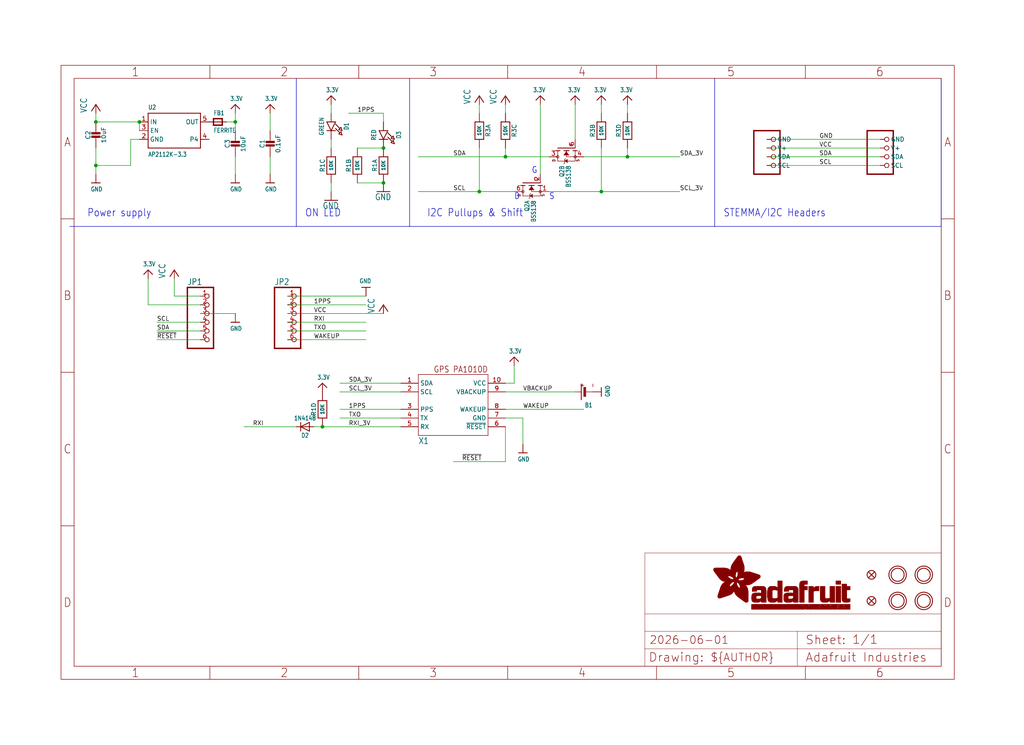
<source format=kicad_sch>
(kicad_sch (version 20230121) (generator eeschema)
  (paper "User" 298.45 217.322)
  (lib_symbols
    (symbol "working-eagle-import:3.3V" (power)
      (property "Value" "3.3V" (at -1.524 1.016 0))
      (symbol "3.3V_1_0"
        (pin power_in line (at 0 -2.54 90) (length 2.54) (name "3.3V") (number "1"))
      )
    )
    (symbol "working-eagle-import:BATTERYCR1220_2"
      (property "Reference" "B" (at -2.54 3.175 0))
      (symbol "BATTERYCR1220_2_1_0"
        (text "+" (at 1.27 -1.143 900) (effects (font (size 1.27 1.0795)) (justify right top)))
        (text "-" (at -1.778 -1.143 900) (effects (font (size 1.27 1.0795)) (justify right top)))
        (pin passive line (at 2.54 0 180) (length 0) (name "+") (number "+"))
        (pin passive line (at -2.54 0 0) (length 0) (name "-") (number "-"))
      )
    )
    (symbol "working-eagle-import:CAP_CERAMIC0603_NO"
      (property "Reference" "C" (at -2.29 1.25 90))
      (symbol "CAP_CERAMIC0603_NO_1_0"
        (pin passive line (at 0 5.08 270) (length 2.54) (name "1") (number "1"))
        (pin passive line (at 0 -2.54 90) (length 2.54) (name "2") (number "2"))
      )
    )
    (symbol "working-eagle-import:CAP_CERAMIC0805-NOOUTLINE"
      (property "Reference" "C" (at -2.29 1.25 90))
      (symbol "CAP_CERAMIC0805-NOOUTLINE_1_0"
        (pin passive line (at 0 5.08 270) (length 2.54) (name "1") (number "1"))
        (pin passive line (at 0 -2.54 90) (length 2.54) (name "2") (number "2"))
      )
    )
    (symbol "working-eagle-import:DIODESOD-323"
      (property "Reference" "D" (at 0 2.54 0))
      (symbol "DIODESOD-323_1_0"
        (pin passive line (at -2.54 0 0) (length 2.54) (name "A") (number "A"))
        (pin passive line (at 2.54 0 180) (length 2.54) (name "C") (number "C"))
      )
    )
    (symbol "working-eagle-import:FERRITE-0805NO"
      (property "Reference" "FB" (at -1.27 1.905 0))
      (symbol "FERRITE-0805NO_1_0"
        (pin passive line (at -2.54 0 0) (length 2.54) (name "P$1") (number "1"))
        (pin passive line (at 2.54 0 180) (length 2.54) (name "P$2") (number "2"))
      )
    )
    (symbol "working-eagle-import:FIDUCIAL_1MM")
    (symbol "working-eagle-import:FRAME_A4_ADAFRUIT"
      (symbol "FRAME_A4_ADAFRUIT_1_0"
        (text "${#}/${##}" (at 230.505 10.16 0) (effects (font (size 2.54 2.54)) (justify left bottom)))
        (text "${AUTHOR}" (at 189.23 5.08 0) (effects (font (size 2.286 2.286)) (justify left bottom)))
        (text "${CURRENT_DATE}" (at 171.45 10.16 0) (effects (font (size 2.286 2.286)) (justify left bottom)))
        (text "${PROJECTNAME}" (at 171.45 15.24 0) (effects (font (size 2.54 2.54)) (justify left bottom)))
        (text "1" (at 21.6958 1.905 0) (effects (font (size 2.54 2.286))))
        (text "1" (at 21.6958 177.165 0) (effects (font (size 2.54 2.286))))
        (text "2" (at 65.0875 1.905 0) (effects (font (size 2.54 2.286))))
        (text "2" (at 65.0875 177.165 0) (effects (font (size 2.54 2.286))))
        (text "3" (at 108.4792 1.905 0) (effects (font (size 2.54 2.286))))
        (text "3" (at 108.4792 177.165 0) (effects (font (size 2.54 2.286))))
        (text "4" (at 151.8708 1.905 0) (effects (font (size 2.54 2.286))))
        (text "4" (at 151.8708 177.165 0) (effects (font (size 2.54 2.286))))
        (text "5" (at 195.2625 1.905 0) (effects (font (size 2.54 2.286))))
        (text "5" (at 195.2625 177.165 0) (effects (font (size 2.54 2.286))))
        (text "6" (at 238.6542 1.905 0) (effects (font (size 2.54 2.286))))
        (text "6" (at 238.6542 177.165 0) (effects (font (size 2.54 2.286))))
        (text "A" (at 1.905 156.6863 0) (effects (font (size 2.54 2.286))))
        (text "A" (at 258.445 156.6863 0) (effects (font (size 2.54 2.286))))
        (text "Adafruit Industries" (at 216.916 4.953 0) (effects (font (size 2.54 2.54)) (justify left bottom)))
        (text "B" (at 1.905 111.9188 0) (effects (font (size 2.54 2.286))))
        (text "B" (at 258.445 111.9188 0) (effects (font (size 2.54 2.286))))
        (text "C" (at 1.905 67.1513 0) (effects (font (size 2.54 2.286))))
        (text "C" (at 258.445 67.1513 0) (effects (font (size 2.54 2.286))))
        (text "D" (at 1.905 22.3838 0) (effects (font (size 2.54 2.286))))
        (text "D" (at 258.445 22.3838 0) (effects (font (size 2.54 2.286))))
        (text "Drawing:" (at 171.196 4.953 0) (effects (font (size 2.54 2.54)) (justify left bottom)))
        (text "Sheet:" (at 216.916 10.033 0) (effects (font (size 2.54 2.54)) (justify left bottom)))
      )
    )
    (symbol "working-eagle-import:GND" (power)
      (property "Value" "GND" (at -1.524 -2.54 0))
      (symbol "GND_1_0"
        (pin power_in line (at 0 2.54 270) (length 2.54) (name "GND") (number "1"))
      )
    )
    (symbol "working-eagle-import:GPS_PA1010D"
      (property "Reference" "X" (at -10.16 -10.16 0))
      (symbol "GPS_PA1010D_1_0"
        (text "GPS PA1010D" (at 10.16 12.7 0) (effects (font (size 1.778 1.5113)) (justify right top)))
        (pin bidirectional line (at -15.24 7.62 0) (length 5.08) (name "SDA") (number "1"))
        (pin power_in line (at 15.24 7.62 180) (length 5.08) (name "VCC") (number "10"))
        (pin bidirectional line (at -15.24 5.08 0) (length 5.08) (name "SCL") (number "2"))
        (pin output line (at -15.24 0 0) (length 5.08) (name "PPS") (number "3"))
        (pin output line (at -15.24 -2.54 0) (length 5.08) (name "TX") (number "4"))
        (pin input line (at -15.24 -5.08 0) (length 5.08) (name "RX") (number "5"))
        (pin input line (at 15.24 -5.08 180) (length 5.08) (name "~{RESET}") (number "6"))
        (pin power_in line (at 15.24 -2.54 180) (length 5.08) (name "GND") (number "7"))
        (pin input line (at 15.24 0 180) (length 5.08) (name "WAKEUP") (number "8"))
        (pin power_in line (at 15.24 5.08 180) (length 5.08) (name "VBACKUP") (number "9"))
      )
    )
    (symbol "working-eagle-import:HEADER-1X670MIL"
      (property "Reference" "JP" (at -6.35 10.795 0))
      (symbol "HEADER-1X670MIL_1_0"
        (pin passive inverted (at -2.54 7.62 0) (length 2.54) (name "1") (number "1"))
        (pin passive inverted (at -2.54 5.08 0) (length 2.54) (name "2") (number "2"))
        (pin passive inverted (at -2.54 2.54 0) (length 2.54) (name "3") (number "3"))
        (pin passive inverted (at -2.54 0 0) (length 2.54) (name "4") (number "4"))
        (pin passive inverted (at -2.54 -2.54 0) (length 2.54) (name "5") (number "5"))
        (pin passive inverted (at -2.54 -5.08 0) (length 2.54) (name "6") (number "6"))
      )
    )
    (symbol "working-eagle-import:LED0603_NOOUTLINE"
      (property "Reference" "D" (at -1.27 4.445 0))
      (symbol "LED0603_NOOUTLINE_1_0"
        (pin passive line (at -5.08 0 0) (length 2.54) (name "A") (number "A"))
        (pin passive line (at 2.54 0 180) (length 2.54) (name "C") (number "C"))
      )
    )
    (symbol "working-eagle-import:MOSFET-N_DUAL"
      (property "Reference" "Q" (at 5.08 0.635 0))
      (symbol "MOSFET-N_DUAL_1_0"
        (text "D" (at 3.175 3.175 0) (effects (font (size 0.8128 0.6908)) (justify left bottom)))
        (text "G" (at -1.27 -1.905 0) (effects (font (size 0.8128 0.6908)) (justify left bottom)))
        (text "S" (at 3.175 -3.81 0) (effects (font (size 0.8128 0.6908)) (justify left bottom)))
        (pin bidirectional line (at 2.54 -5.08 90) (length 2.54) (name "S") (number "1"))
        (pin bidirectional line (at -2.54 -2.54 0) (length 2.54) (name "G") (number "2"))
        (pin bidirectional line (at 2.54 5.08 270) (length 2.54) (name "D") (number "6"))
      )
      (symbol "MOSFET-N_DUAL_2_0"
        (text "D" (at 3.175 3.175 0) (effects (font (size 0.8128 0.6908)) (justify left bottom)))
        (text "G" (at -1.27 -1.905 0) (effects (font (size 0.8128 0.6908)) (justify left bottom)))
        (text "S" (at 3.175 -3.81 0) (effects (font (size 0.8128 0.6908)) (justify left bottom)))
        (pin bidirectional line (at 2.54 5.08 270) (length 2.54) (name "D") (number "3"))
        (pin bidirectional line (at 2.54 -5.08 90) (length 2.54) (name "S") (number "4"))
        (pin bidirectional line (at -2.54 -2.54 0) (length 2.54) (name "G") (number "5"))
      )
    )
    (symbol "working-eagle-import:MOUNTINGHOLE2.5")
    (symbol "working-eagle-import:RESISTOR_4PACK"
      (property "Reference" "R" (at 0 2.54 0))
      (symbol "RESISTOR_4PACK_1_0"
        (pin passive line (at -5.08 0 0) (length 2.54) (name "1") (number "1"))
        (pin passive line (at 5.08 0 180) (length 2.54) (name "2") (number "8"))
      )
      (symbol "RESISTOR_4PACK_2_0"
        (pin passive line (at -5.08 0 0) (length 2.54) (name "1") (number "2"))
        (pin passive line (at 5.08 0 180) (length 2.54) (name "2") (number "7"))
      )
      (symbol "RESISTOR_4PACK_3_0"
        (pin passive line (at -5.08 0 0) (length 2.54) (name "1") (number "3"))
        (pin passive line (at 5.08 0 180) (length 2.54) (name "2") (number "6"))
      )
      (symbol "RESISTOR_4PACK_4_0"
        (pin passive line (at -5.08 0 0) (length 2.54) (name "1") (number "4"))
        (pin passive line (at 5.08 0 180) (length 2.54) (name "2") (number "5"))
      )
    )
    (symbol "working-eagle-import:STEMMA_I2C_QT"
      (symbol "STEMMA_I2C_QT_1_0"
        (pin passive inverted (at 0 5.08 0) (length 2.54) (name "GND") (number "1"))
        (pin passive inverted (at 0 2.54 0) (length 2.54) (name "V+") (number "2"))
        (pin passive inverted (at 0 0 0) (length 2.54) (name "SDA") (number "3"))
        (pin passive inverted (at 0 -2.54 0) (length 2.54) (name "SCL") (number "4"))
      )
      (symbol "STEMMA_I2C_QT_2_0"
        (pin bidirectional line (at 0 0 0) (length 5.08) (name "MT") (number "MT1"))
      )
      (symbol "STEMMA_I2C_QT_3_0"
        (pin bidirectional line (at 0 0 0) (length 5.08) (name "MT") (number "MT2"))
      )
    )
    (symbol "working-eagle-import:VCC" (power)
      (property "Value" "VCC" (at -2.54 -2.54 90))
      (symbol "VCC_1_0"
        (pin power_in line (at 0 -2.54 90) (length 2.54) (name "VCC") (number "1"))
      )
    )
    (symbol "working-eagle-import:VREG_SOT23-5"
      (property "Reference" "U" (at -7.62 6.096 0))
      (symbol "VREG_SOT23-5_1_0"
        (pin power_in line (at -10.16 2.54 0) (length 2.54) (name "IN") (number "1"))
        (pin power_in line (at -10.16 -2.54 0) (length 2.54) (name "GND") (number "2"))
        (pin input line (at -10.16 0 0) (length 2.54) (name "EN") (number "3"))
        (pin bidirectional line (at 10.16 -2.54 180) (length 2.54) (name "P4") (number "4"))
        (pin power_in line (at 10.16 2.54 180) (length 2.54) (name "OUT") (number "5"))
      )
    )
    (symbol "working-eagle-import:supply1_GND" (power)
      (property "Value" "supply1_GND" (at -2.54 -2.54 0))
      (symbol "supply1_GND_1_0"
        (pin power_in line (at 0 2.54 270) (length 2.54) (name "GND") (number "1"))
      )
    )
  )
  (junction (at 27.94 48.26))
  (junction (at 182.88 45.72))
  (junction (at 68.58 35.56))
  (junction (at 40.64 35.56))
  (junction (at 111.76 53.34))
  (junction (at 27.94 35.56))
  (junction (at 139.7 55.88))
  (junction (at 111.76 43.18))
  (junction (at 93.98 124.46))
  (junction (at 175.26 55.88))
  (junction (at 147.32 45.72))
  (wire (pts (xy 160.02 45.72) (xy 147.32 45.72)) (stroke (width 0.1524)))
  (wire (pts (xy 149.86 55.88) (xy 139.7 55.88)) (stroke (width 0.1524)))
  (wire (pts (xy 104.14 43.18) (xy 111.76 43.18)) (stroke (width 0.1524)))
  (wire (pts (xy 116.84 119.38) (xy 99.06 119.38)) (stroke (width 0.1524)))
  (wire (pts (xy 99.06 114.3) (xy 116.84 114.3)) (stroke (width 0.1524)))
  (wire (pts (xy 147.32 33.02) (xy 147.32 30.48)) (stroke (width 0.1524)))
  (wire (pts (xy 27.94 33.02) (xy 27.94 35.56)) (stroke (width 0.1524)))
  (wire (pts (xy 68.58 33.02) (xy 68.58 35.56)) (stroke (width 0.1524)))
  (wire (pts (xy 40.64 35.56) (xy 27.94 35.56)) (stroke (width 0.1524)))
  (polyline (pts (xy 20.32 66.04) (xy 86.36 66.04)) (stroke (width 0.1524) (type solid)))
  (wire (pts (xy 223.52 43.18) (xy 256.54 43.18)) (stroke (width 0.1524)))
  (wire (pts (xy 101.6 33.02) (xy 111.76 33.02)) (stroke (width 0.1524)))
  (wire (pts (xy 170.18 45.72) (xy 182.88 45.72)) (stroke (width 0.1524)))
  (wire (pts (xy 27.94 48.26) (xy 27.94 43.18)) (stroke (width 0.1524)))
  (wire (pts (xy 83.82 99.06) (xy 106.68 99.06)) (stroke (width 0.1524)))
  (wire (pts (xy 58.42 86.36) (xy 50.8 86.36)) (stroke (width 0.1524)))
  (polyline (pts (xy 86.36 22.86) (xy 86.36 66.04)) (stroke (width 0.1524) (type solid)))
  (wire (pts (xy 116.84 124.46) (xy 93.98 124.46)) (stroke (width 0.1524)))
  (wire (pts (xy 157.48 50.8) (xy 157.48 30.48)) (stroke (width 0.1524)))
  (wire (pts (xy 83.82 91.44) (xy 111.76 91.44)) (stroke (width 0.1524)))
  (wire (pts (xy 256.54 45.72) (xy 223.52 45.72)) (stroke (width 0.1524)))
  (wire (pts (xy 40.64 38.1) (xy 40.64 35.56)) (stroke (width 0.1524)))
  (wire (pts (xy 116.84 111.76) (xy 99.06 111.76)) (stroke (width 0.1524)))
  (wire (pts (xy 68.58 45.72) (xy 68.58 50.8)) (stroke (width 0.1524)))
  (wire (pts (xy 147.32 114.3) (xy 167.64 114.3)) (stroke (width 0.1524)))
  (polyline (pts (xy 208.28 66.04) (xy 274.32 66.04)) (stroke (width 0.1524) (type solid)))
  (wire (pts (xy 86.36 124.46) (xy 71.12 124.46)) (stroke (width 0.1524)))
  (wire (pts (xy 93.98 124.46) (xy 91.44 124.46)) (stroke (width 0.1524)))
  (wire (pts (xy 66.04 35.56) (xy 68.58 35.56)) (stroke (width 0.1524)))
  (wire (pts (xy 83.82 88.9) (xy 106.68 88.9)) (stroke (width 0.1524)))
  (wire (pts (xy 139.7 43.18) (xy 139.7 55.88)) (stroke (width 0.1524)))
  (polyline (pts (xy 208.28 22.86) (xy 208.28 66.04)) (stroke (width 0.1524) (type solid)))
  (wire (pts (xy 147.32 43.18) (xy 147.32 45.72)) (stroke (width 0.1524)))
  (wire (pts (xy 99.06 121.92) (xy 116.84 121.92)) (stroke (width 0.1524)))
  (wire (pts (xy 111.76 35.56) (xy 111.76 33.02)) (stroke (width 0.1524)))
  (wire (pts (xy 106.68 96.52) (xy 83.82 96.52)) (stroke (width 0.1524)))
  (wire (pts (xy 68.58 35.56) (xy 68.58 38.1)) (stroke (width 0.1524)))
  (wire (pts (xy 182.88 33.02) (xy 182.88 30.48)) (stroke (width 0.1524)))
  (wire (pts (xy 175.26 33.02) (xy 175.26 30.48)) (stroke (width 0.1524)))
  (wire (pts (xy 160.02 55.88) (xy 175.26 55.88)) (stroke (width 0.1524)))
  (polyline (pts (xy 86.36 66.04) (xy 119.38 66.04)) (stroke (width 0.1524) (type solid)))
  (wire (pts (xy 43.18 88.9) (xy 43.18 81.28)) (stroke (width 0.1524)))
  (wire (pts (xy 58.42 91.44) (xy 68.58 91.44)) (stroke (width 0.1524)))
  (wire (pts (xy 50.8 86.36) (xy 50.8 81.28)) (stroke (width 0.1524)))
  (wire (pts (xy 96.52 53.34) (xy 96.52 55.88)) (stroke (width 0.1524)))
  (polyline (pts (xy 274.32 22.86) (xy 274.32 66.04)) (stroke (width 0.1524) (type solid)))
  (wire (pts (xy 167.64 40.64) (xy 167.64 30.48)) (stroke (width 0.1524)))
  (wire (pts (xy 96.52 33.02) (xy 96.52 30.48)) (stroke (width 0.1524)))
  (wire (pts (xy 58.42 88.9) (xy 43.18 88.9)) (stroke (width 0.1524)))
  (wire (pts (xy 152.4 121.92) (xy 152.4 129.54)) (stroke (width 0.1524)))
  (wire (pts (xy 78.74 33.02) (xy 78.74 38.1)) (stroke (width 0.1524)))
  (wire (pts (xy 40.64 40.64) (xy 38.1 40.64)) (stroke (width 0.1524)))
  (wire (pts (xy 83.82 86.36) (xy 106.68 86.36)) (stroke (width 0.1524)))
  (wire (pts (xy 147.32 121.92) (xy 152.4 121.92)) (stroke (width 0.1524)))
  (polyline (pts (xy 119.38 66.04) (xy 208.28 66.04)) (stroke (width 0.1524) (type solid)))
  (wire (pts (xy 149.86 111.76) (xy 149.86 106.68)) (stroke (width 0.1524)))
  (wire (pts (xy 256.54 40.64) (xy 223.52 40.64)) (stroke (width 0.1524)))
  (wire (pts (xy 38.1 40.64) (xy 38.1 48.26)) (stroke (width 0.1524)))
  (wire (pts (xy 147.32 134.62) (xy 132.08 134.62)) (stroke (width 0.1524)))
  (wire (pts (xy 223.52 48.26) (xy 256.54 48.26)) (stroke (width 0.1524)))
  (wire (pts (xy 182.88 43.18) (xy 182.88 45.72)) (stroke (width 0.1524)))
  (wire (pts (xy 139.7 55.88) (xy 121.92 55.88)) (stroke (width 0.1524)))
  (wire (pts (xy 58.42 99.06) (xy 45.72 99.06)) (stroke (width 0.1524)))
  (wire (pts (xy 111.76 53.34) (xy 104.14 53.34)) (stroke (width 0.1524)))
  (polyline (pts (xy 119.38 22.86) (xy 119.38 66.04)) (stroke (width 0.1524) (type solid)))
  (wire (pts (xy 38.1 48.26) (xy 27.94 48.26)) (stroke (width 0.1524)))
  (wire (pts (xy 58.42 96.52) (xy 45.72 96.52)) (stroke (width 0.1524)))
  (wire (pts (xy 83.82 93.98) (xy 106.68 93.98)) (stroke (width 0.1524)))
  (wire (pts (xy 96.52 43.18) (xy 96.52 40.64)) (stroke (width 0.1524)))
  (wire (pts (xy 58.42 93.98) (xy 45.72 93.98)) (stroke (width 0.1524)))
  (wire (pts (xy 139.7 30.48) (xy 139.7 33.02)) (stroke (width 0.1524)))
  (wire (pts (xy 175.26 55.88) (xy 198.12 55.88)) (stroke (width 0.1524)))
  (wire (pts (xy 147.32 119.38) (xy 170.18 119.38)) (stroke (width 0.1524)))
  (wire (pts (xy 78.74 45.72) (xy 78.74 50.8)) (stroke (width 0.1524)))
  (wire (pts (xy 147.32 45.72) (xy 121.92 45.72)) (stroke (width 0.1524)))
  (wire (pts (xy 147.32 111.76) (xy 149.86 111.76)) (stroke (width 0.1524)))
  (wire (pts (xy 147.32 124.46) (xy 147.32 134.62)) (stroke (width 0.1524)))
  (wire (pts (xy 175.26 43.18) (xy 175.26 55.88)) (stroke (width 0.1524)))
  (wire (pts (xy 27.94 48.26) (xy 27.94 50.8)) (stroke (width 0.1524)))
  (wire (pts (xy 182.88 45.72) (xy 198.12 45.72)) (stroke (width 0.1524)))
  (text "D" (at 149.86 58.42 0) (effects (font (size 1.778 1.5113)) (justify left bottom)))
  (text "S" (at 160.02 58.42 0) (effects (font (size 1.778 1.5113)) (justify left bottom)))
  (text "STEMMA/I2C Headers" (at 210.82 63.5 0) (effects (font (size 2.1844 1.8567)) (justify left bottom)))
  (text "G" (at 154.94 50.8 0) (effects (font (size 1.778 1.5113)) (justify left bottom)))
  (text "I2C Pullups & Shift" (at 124.46 63.5 0) (effects (font (size 2.1844 1.8567)) (justify left bottom)))
  (text "Power supply" (at 25.4 63.5 0) (effects (font (size 2.1844 1.8567)) (justify left bottom)))
  (text "ON LED" (at 88.9 63.5 0) (effects (font (size 2.1844 1.8567)) (justify left bottom)))
  (label "SDA" (at 45.72 96.52 0) (effects (font (size 1.2446 1.2446))))
  (label "VBACKUP" (at 152.4 114.3 0) (effects (font (size 1.2446 1.2446))))
  (label "VCC" (at 238.76 43.18 0) (effects (font (size 1.2446 1.2446))))
  (label "RXI" (at 73.66 124.46 0) (effects (font (size 1.2446 1.2446))))
  (label "SDA_3V" (at 101.6 111.76 0) (effects (font (size 1.2446 1.2446))))
  (label "WAKEUP" (at 91.44 99.06 0) (effects (font (size 1.2446 1.2446))))
  (label "SCL" (at 132.08 55.88 0) (effects (font (size 1.2446 1.2446))))
  (label "GND" (at 238.76 40.64 0) (effects (font (size 1.2446 1.2446))))
  (label "~{RESET}" (at 134.62 134.62 0) (effects (font (size 1.2446 1.2446))))
  (label "TXO" (at 101.6 121.92 0) (effects (font (size 1.2446 1.2446))))
  (label "~{RESET}" (at 45.72 99.06 0) (effects (font (size 1.2446 1.2446))))
  (label "RXI" (at 91.44 93.98 0) (effects (font (size 1.2446 1.2446))))
  (label "VCC" (at 91.44 91.44 0) (effects (font (size 1.2446 1.2446))))
  (label "WAKEUP" (at 152.4 119.38 0) (effects (font (size 1.2446 1.2446))))
  (label "SDA_3V" (at 198.12 45.72 0) (effects (font (size 1.2446 1.2446))))
  (label "SDA" (at 132.08 45.72 0) (effects (font (size 1.2446 1.2446))))
  (label "TXO" (at 91.44 96.52 0) (effects (font (size 1.2446 1.2446))))
  (label "SCL" (at 238.76 48.26 0) (effects (font (size 1.2446 1.2446))))
  (label "SCL_3V" (at 198.12 55.88 0) (effects (font (size 1.2446 1.2446))))
  (label "1PPS" (at 104.14 33.02 0) (effects (font (size 1.2446 1.2446))))
  (label "1PPS" (at 101.6 119.38 0) (effects (font (size 1.2446 1.2446))))
  (label "1PPS" (at 91.44 88.9 0) (effects (font (size 1.2446 1.2446))))
  (label "RXI_3V" (at 101.6 124.46 0) (effects (font (size 1.2446 1.2446))))
  (label "SCL" (at 45.72 93.98 0) (effects (font (size 1.2446 1.2446))))
  (label "SCL_3V" (at 101.6 114.3 0) (effects (font (size 1.2446 1.2446))))
  (label "SDA" (at 238.76 45.72 0) (effects (font (size 1.2446 1.2446))))
  (symbol (lib_id "working-eagle-import:HEADER-1X670MIL") (at 60.96 93.98 0) (unit 1)
    (property "Reference" "JP1" (at 54.61 83.185 0) (effects (font (size 1.778 1.5113)) (justify left bottom)))
    (property "Value" "HEADER-1X670MIL" (effects hide))
    (property "Footprint" "working:1X06_ROUND_70" (effects hide))
  )
  (symbol (lib_id "working-eagle-import:GPS_PA1010D") (at 132.08 119.38 0) (unit 1)
    (property "Reference" "X1" (at 121.92 129.54 0) (effects (font (size 1.778 1.5113)) (justify left bottom)))
    (property "Value" "GPS_PA1010D" (effects hide))
    (property "Footprint" "working:GPS_PA1010D" (effects hide))
  )
  (symbol (lib_id "working-eagle-import:FIDUCIAL_1MM") (at 254 175.26 0) (unit 1)
    (property "Reference" "FID3" (effects hide))
    (property "Value" "FIDUCIAL_1MM" (effects hide))
    (property "Footprint" "working:FIDUCIAL_1MM" (effects hide))
  )
  (symbol (lib_id "working-eagle-import:MOUNTINGHOLE2.5") (at 269.24 175.26 0) (unit 1)
    (property "Reference" "U$21" (effects hide))
    (property "Value" "MOUNTINGHOLE2.5" (effects hide))
    (property "Footprint" "working:MOUNTINGHOLE_2.5_PLATED" (effects hide))
  )
  (symbol (lib_id "working-eagle-import:GND") (at 27.94 53.34 0) (unit 1)
    (property "Reference" "#U$13" (effects hide))
    (property "Value" "GND" (at 26.416 55.88 0) (effects (font (size 1.27 1.0795)) (justify left bottom)))
  )
  (symbol (lib_id "working-eagle-import:3.3V") (at 43.18 78.74 0) (unit 1)
    (property "Reference" "#U$16" (effects hide))
    (property "Value" "3.3V" (at 41.656 77.724 0) (effects (font (size 1.27 1.0795)) (justify left bottom)))
  )
  (symbol (lib_id "working-eagle-import:MOUNTINGHOLE2.5") (at 261.62 167.64 0) (unit 1)
    (property "Reference" "U$17" (effects hide))
    (property "Value" "MOUNTINGHOLE2.5" (effects hide))
    (property "Footprint" "working:MOUNTINGHOLE_2.5_PLATED" (effects hide))
  )
  (symbol (lib_id "working-eagle-import:VCC") (at 27.94 30.48 0) (unit 1)
    (property "Reference" "#P+3" (effects hide))
    (property "Value" "VCC" (at 25.4 33.02 90) (effects (font (size 1.778 1.5113)) (justify left bottom)))
  )
  (symbol (lib_id "working-eagle-import:GND") (at 106.68 83.82 180) (unit 1)
    (property "Reference" "#U$8" (effects hide))
    (property "Value" "GND" (at 108.204 81.28 0) (effects (font (size 1.27 1.0795)) (justify left bottom)))
  )
  (symbol (lib_id "working-eagle-import:VCC") (at 111.76 88.9 0) (unit 1)
    (property "Reference" "#P+5" (effects hide))
    (property "Value" "VCC" (at 109.22 91.44 90) (effects (font (size 1.778 1.5113)) (justify left bottom)))
  )
  (symbol (lib_id "working-eagle-import:3.3V") (at 68.58 30.48 0) (unit 1)
    (property "Reference" "#U$15" (effects hide))
    (property "Value" "3.3V" (at 67.056 29.464 0) (effects (font (size 1.27 1.0795)) (justify left bottom)))
  )
  (symbol (lib_id "working-eagle-import:FRAME_A4_ADAFRUIT") (at 17.78 198.12 0) (unit 1)
    (property "Reference" "#U$18" (effects hide))
    (property "Value" "FRAME_A4_ADAFRUIT" (effects hide))
  )
  (symbol (lib_id "working-eagle-import:HEADER-1X670MIL") (at 86.36 93.98 0) (unit 1)
    (property "Reference" "JP2" (at 80.01 83.185 0) (effects (font (size 1.778 1.5113)) (justify left bottom)))
    (property "Value" "HEADER-1X670MIL" (effects hide))
    (property "Footprint" "working:1X06_ROUND_70" (effects hide))
  )
  (symbol (lib_id "working-eagle-import:VCC") (at 50.8 78.74 0) (unit 1)
    (property "Reference" "#P+4" (effects hide))
    (property "Value" "VCC" (at 48.26 81.28 90) (effects (font (size 1.778 1.5113)) (justify left bottom)))
  )
  (symbol (lib_id "working-eagle-import:supply1_GND") (at 96.52 58.42 0) (unit 1)
    (property "Reference" "#GND6" (effects hide))
    (property "Value" "GND" (at 93.98 60.96 0) (effects (font (size 1.778 1.5113)) (justify left bottom)))
  )
  (symbol (lib_id "working-eagle-import:STEMMA_I2C_QT") (at 223.52 45.72 0) (unit 1)
    (property "Reference" "CONN3" (effects hide))
    (property "Value" "STEMMA_I2C_QT" (effects hide))
    (property "Footprint" "working:JST_SH4" (effects hide))
  )
  (symbol (lib_id "working-eagle-import:DIODESOD-323") (at 88.9 124.46 180) (unit 1)
    (property "Reference" "D2" (at 88.9 127 0) (effects (font (size 1.27 1.0795))))
    (property "Value" "1N4148" (at 88.9 121.96 0) (effects (font (size 1.27 1.0795))))
    (property "Footprint" "working:SOD-323" (effects hide))
  )
  (symbol (lib_id "working-eagle-import:3.3V") (at 93.98 111.76 0) (unit 1)
    (property "Reference" "#U$9" (effects hide))
    (property "Value" "3.3V" (at 92.456 110.744 0) (effects (font (size 1.27 1.0795)) (justify left bottom)))
  )
  (symbol (lib_id "working-eagle-import:3.3V") (at 182.88 27.94 0) (mirror y) (unit 1)
    (property "Reference" "#U$7" (effects hide))
    (property "Value" "3.3V" (at 184.404 26.924 0) (effects (font (size 1.27 1.0795)) (justify left bottom)))
  )
  (symbol (lib_id "working-eagle-import:3.3V") (at 78.74 30.48 0) (unit 1)
    (property "Reference" "#U$14" (effects hide))
    (property "Value" "3.3V" (at 77.216 29.464 0) (effects (font (size 1.27 1.0795)) (justify left bottom)))
  )
  (symbol (lib_id "working-eagle-import:MOUNTINGHOLE2.5") (at 261.62 175.26 0) (unit 1)
    (property "Reference" "U$1" (effects hide))
    (property "Value" "MOUNTINGHOLE2.5" (effects hide))
    (property "Footprint" "working:MOUNTINGHOLE_2.5_PLATED" (effects hide))
  )
  (symbol (lib_id "working-eagle-import:VREG_SOT23-5") (at 50.8 38.1 0) (unit 1)
    (property "Reference" "U2" (at 43.18 32.004 0) (effects (font (size 1.27 1.0795)) (justify left bottom)))
    (property "Value" "AP2112K-3.3" (at 43.18 45.72 0) (effects (font (size 1.27 1.0795)) (justify left bottom)))
    (property "Footprint" "working:SOT23-5" (effects hide))
  )
  (symbol (lib_id "working-eagle-import:VCC") (at 147.32 27.94 0) (unit 1)
    (property "Reference" "#P+2" (effects hide))
    (property "Value" "VCC" (at 144.78 30.48 90) (effects (font (size 1.778 1.5113)) (justify left bottom)))
  )
  (symbol (lib_id "working-eagle-import:CAP_CERAMIC0603_NO") (at 78.74 43.18 0) (unit 1)
    (property "Reference" "C1" (at 76.45 41.93 90))
    (property "Value" "0.1uF" (at 81.04 41.93 90))
    (property "Footprint" "working:0603-NO" (effects hide))
  )
  (symbol (lib_id "working-eagle-import:3.3V") (at 96.52 27.94 0) (unit 1)
    (property "Reference" "#U$3" (effects hide))
    (property "Value" "3.3V" (at 94.996 26.924 0) (effects (font (size 1.27 1.0795)) (justify left bottom)))
  )
  (symbol (lib_id "working-eagle-import:FERRITE-0805NO") (at 63.5 35.56 0) (unit 1)
    (property "Reference" "FB1" (at 62.23 33.655 0) (effects (font (size 1.27 1.0795)) (justify left bottom)))
    (property "Value" "FERRITE" (at 62.23 38.735 0) (effects (font (size 1.27 1.0795)) (justify left bottom)))
    (property "Footprint" "working:0805-NO" (effects hide))
  )
  (symbol (lib_id "working-eagle-import:MOSFET-N_DUAL") (at 165.1 43.18 90) (mirror x) (unit 2)
    (property "Reference" "Q2" (at 164.465 48.26 0) (effects (font (size 1.27 1.0795)) (justify left bottom)))
    (property "Value" "BSS138" (at 166.37 48.26 0) (effects (font (size 1.27 1.0795)) (justify left bottom)))
    (property "Footprint" "working:SOT363" (effects hide))
  )
  (symbol (lib_id "working-eagle-import:GND") (at 68.58 93.98 0) (unit 1)
    (property "Reference" "#U$10" (effects hide))
    (property "Value" "GND" (at 67.056 96.52 0) (effects (font (size 1.27 1.0795)) (justify left bottom)))
  )
  (symbol (lib_id "working-eagle-import:RESISTOR_4PACK") (at 182.88 38.1 90) (mirror x) (unit 4)
    (property "Reference" "R3" (at 180.34 38.1 0))
    (property "Value" "10K" (at 182.88 38.1 0) (effects (font (size 1.016 1.016) bold)))
    (property "Footprint" "working:RESPACK_4X0603" (effects hide))
  )
  (symbol (lib_id "working-eagle-import:GND") (at 68.58 53.34 0) (unit 1)
    (property "Reference" "#U$5" (effects hide))
    (property "Value" "GND" (at 67.056 55.88 0) (effects (font (size 1.27 1.0795)) (justify left bottom)))
  )
  (symbol (lib_id "working-eagle-import:CAP_CERAMIC0805-NOOUTLINE") (at 27.94 40.64 0) (unit 1)
    (property "Reference" "C2" (at 25.65 39.39 90))
    (property "Value" "10uF" (at 30.24 39.39 90))
    (property "Footprint" "working:0805-NO" (effects hide))
  )
  (symbol (lib_id "working-eagle-import:CAP_CERAMIC0805-NOOUTLINE") (at 68.58 43.18 0) (unit 1)
    (property "Reference" "C3" (at 66.29 41.93 90))
    (property "Value" "10uF" (at 70.88 41.93 90))
    (property "Footprint" "working:0805-NO" (effects hide))
  )
  (symbol (lib_id "working-eagle-import:LED0603_NOOUTLINE") (at 96.52 38.1 270) (unit 1)
    (property "Reference" "D1" (at 100.965 36.83 0) (effects (font (size 1.27 1.0795))))
    (property "Value" "GREEN" (at 93.726 36.83 0) (effects (font (size 1.27 1.0795))))
    (property "Footprint" "working:CHIPLED_0603_NOOUTLINE" (effects hide))
  )
  (symbol (lib_id "working-eagle-import:RESISTOR_4PACK") (at 175.26 38.1 90) (mirror x) (unit 2)
    (property "Reference" "R3" (at 172.72 38.1 0))
    (property "Value" "10K" (at 175.26 38.1 0) (effects (font (size 1.016 1.016) bold)))
    (property "Footprint" "working:RESPACK_4X0603" (effects hide))
  )
  (symbol (lib_id "working-eagle-import:3.3V") (at 167.64 27.94 0) (mirror y) (unit 1)
    (property "Reference" "#U$23" (effects hide))
    (property "Value" "3.3V" (at 169.164 26.924 0) (effects (font (size 1.27 1.0795)) (justify left bottom)))
  )
  (symbol (lib_id "working-eagle-import:LED0603_NOOUTLINE") (at 111.76 40.64 270) (unit 1)
    (property "Reference" "D3" (at 116.205 39.37 0) (effects (font (size 1.27 1.0795))))
    (property "Value" "RED" (at 108.966 39.37 0) (effects (font (size 1.27 1.0795))))
    (property "Footprint" "working:CHIPLED_0603_NOOUTLINE" (effects hide))
  )
  (symbol (lib_id "working-eagle-import:BATTERYCR1220_2") (at 170.18 114.3 180) (unit 1)
    (property "Reference" "B1" (at 172.72 117.475 0) (effects (font (size 1.27 1.0795)) (justify left bottom)))
    (property "Value" "BATTERYCR1220_2" (effects hide))
    (property "Footprint" "working:CR1220-2" (effects hide))
  )
  (symbol (lib_id "working-eagle-import:MOSFET-N_DUAL") (at 154.94 53.34 90) (mirror x) (unit 1)
    (property "Reference" "Q2" (at 154.305 58.42 0) (effects (font (size 1.27 1.0795)) (justify left bottom)))
    (property "Value" "BSS138" (at 156.21 58.42 0) (effects (font (size 1.27 1.0795)) (justify left bottom)))
    (property "Footprint" "working:SOT363" (effects hide))
  )
  (symbol (lib_id "working-eagle-import:supply1_GND") (at 111.76 55.88 0) (unit 1)
    (property "Reference" "#GND1" (effects hide))
    (property "Value" "GND" (at 109.22 58.42 0) (effects (font (size 1.778 1.5113)) (justify left bottom)))
  )
  (symbol (lib_id "working-eagle-import:GND") (at 152.4 132.08 0) (unit 1)
    (property "Reference" "#U$4" (effects hide))
    (property "Value" "GND" (at 150.876 134.62 0) (effects (font (size 1.27 1.0795)) (justify left bottom)))
  )
  (symbol (lib_id "working-eagle-import:RESISTOR_4PACK") (at 111.76 48.26 90) (unit 1)
    (property "Reference" "R1" (at 109.22 48.26 0))
    (property "Value" "10K" (at 111.76 48.26 0) (effects (font (size 1.016 1.016) bold)))
    (property "Footprint" "working:RESPACK_4X0603" (effects hide))
  )
  (symbol (lib_id "working-eagle-import:MOUNTINGHOLE2.5") (at 269.24 167.64 0) (unit 1)
    (property "Reference" "U$19" (effects hide))
    (property "Value" "MOUNTINGHOLE2.5" (effects hide))
    (property "Footprint" "working:MOUNTINGHOLE_2.5_PLATED" (effects hide))
  )
  (symbol (lib_id "working-eagle-import:RESISTOR_4PACK") (at 104.14 48.26 90) (unit 2)
    (property "Reference" "R1" (at 101.6 48.26 0))
    (property "Value" "10K" (at 104.14 48.26 0) (effects (font (size 1.016 1.016) bold)))
    (property "Footprint" "working:RESPACK_4X0603" (effects hide))
  )
  (symbol (lib_id "working-eagle-import:RESISTOR_4PACK") (at 93.98 119.38 90) (mirror x) (unit 4)
    (property "Reference" "R1" (at 91.44 119.38 0))
    (property "Value" "10K" (at 93.98 119.38 0) (effects (font (size 1.016 1.016) bold)))
    (property "Footprint" "working:RESPACK_4X0603" (effects hide))
  )
  (symbol (lib_id "working-eagle-import:RESISTOR_4PACK") (at 139.7 38.1 270) (unit 1)
    (property "Reference" "R3" (at 142.24 38.1 0))
    (property "Value" "10K" (at 139.7 38.1 0) (effects (font (size 1.016 1.016) bold)))
    (property "Footprint" "working:RESPACK_4X0603" (effects hide))
  )
  (symbol (lib_id "working-eagle-import:VCC") (at 139.7 27.94 0) (unit 1)
    (property "Reference" "#P+1" (effects hide))
    (property "Value" "VCC" (at 137.16 30.48 90) (effects (font (size 1.778 1.5113)) (justify left bottom)))
  )
  (symbol (lib_id "working-eagle-import:3.3V") (at 149.86 104.14 0) (unit 1)
    (property "Reference" "#U$2" (effects hide))
    (property "Value" "3.3V" (at 148.336 103.124 0) (effects (font (size 1.27 1.0795)) (justify left bottom)))
  )
  (symbol (lib_id "working-eagle-import:STEMMA_I2C_QT") (at 256.54 45.72 0) (unit 1)
    (property "Reference" "CONN4" (effects hide))
    (property "Value" "STEMMA_I2C_QT" (effects hide))
    (property "Footprint" "working:JST_SH4" (effects hide))
  )
  (symbol (lib_id "working-eagle-import:3.3V") (at 157.48 27.94 0) (mirror y) (unit 1)
    (property "Reference" "#U$26" (effects hide))
    (property "Value" "3.3V" (at 159.004 26.924 0) (effects (font (size 1.27 1.0795)) (justify left bottom)))
  )
  (symbol (lib_id "working-eagle-import:3.3V") (at 175.26 27.94 0) (mirror y) (unit 1)
    (property "Reference" "#U$24" (effects hide))
    (property "Value" "3.3V" (at 176.784 26.924 0) (effects (font (size 1.27 1.0795)) (justify left bottom)))
  )
  (symbol (lib_id "working-eagle-import:GND") (at 78.74 53.34 0) (unit 1)
    (property "Reference" "#U$6" (effects hide))
    (property "Value" "GND" (at 77.216 55.88 0) (effects (font (size 1.27 1.0795)) (justify left bottom)))
  )
  (symbol (lib_id "working-eagle-import:GND") (at 175.26 114.3 90) (unit 1)
    (property "Reference" "#U$11" (effects hide))
    (property "Value" "GND" (at 177.8 115.824 0) (effects (font (size 1.27 1.0795)) (justify left bottom)))
  )
  (symbol (lib_id "working-eagle-import:FIDUCIAL_1MM") (at 254 167.64 0) (unit 1)
    (property "Reference" "FID4" (effects hide))
    (property "Value" "FIDUCIAL_1MM" (effects hide))
    (property "Footprint" "working:FIDUCIAL_1MM" (effects hide))
  )
  (symbol (lib_id "working-eagle-import:RESISTOR_4PACK") (at 96.52 48.26 90) (unit 3)
    (property "Reference" "R1" (at 93.98 48.26 0))
    (property "Value" "10K" (at 96.52 48.26 0) (effects (font (size 1.016 1.016) bold)))
    (property "Footprint" "working:RESPACK_4X0603" (effects hide))
  )
  (symbol (lib_id "working-eagle-import:RESISTOR_4PACK") (at 147.32 38.1 270) (unit 3)
    (property "Reference" "R3" (at 149.86 38.1 0))
    (property "Value" "10K" (at 147.32 38.1 0) (effects (font (size 1.016 1.016) bold)))
    (property "Footprint" "working:RESPACK_4X0603" (effects hide))
  )
)
</source>
